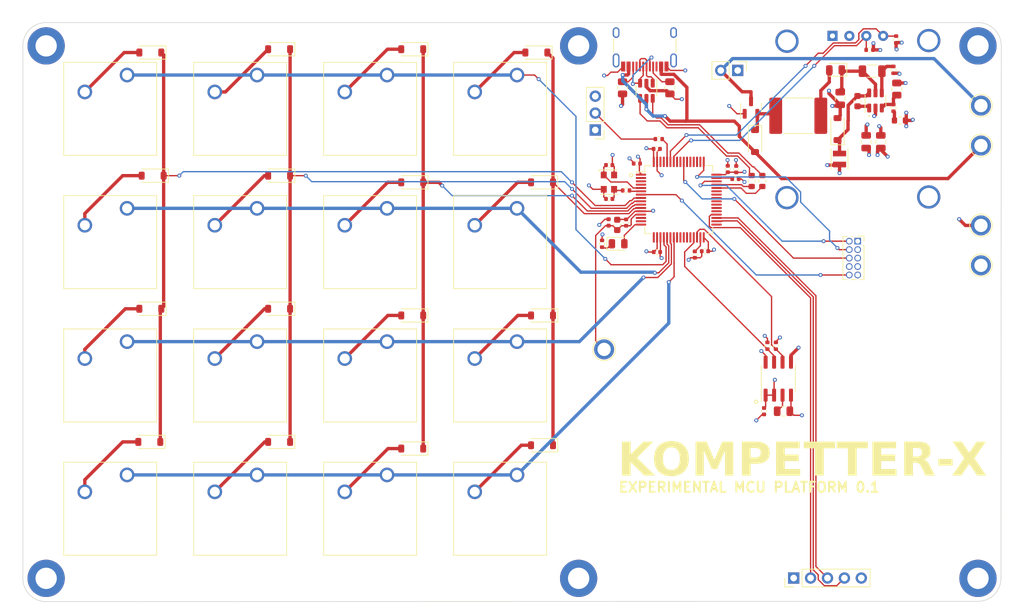
<source format=kicad_pcb>
(kicad_pcb (version 20221018) (generator pcbnew)
  (layers (0 "F.Cu" signal) (1 "In1.Cu" power) (2 "In2.Cu" power) (31 "B.Cu" signal) (34 "B.Paste" user) (35 "F.Paste" user) (36 "B.SilkS" user "B.Silkscreen") (37 "F.SilkS" user "F.Silkscreen") (38 "B.Mask" user) (39 "F.Mask" user) (44 "Edge.Cuts" user))
  (net 0 "")
  (net 1 "BUCK_SW")
  (net 2 "BUCK_BST")
  (net 3 "GND")
  (net 4 "+3V3")
  (net 5 "BUCK_IN")
  (net 6 "+3.3VA")
  (net 7 "Net-(U2-VCAP_1)")
  (net 8 "Net-(U2-VCAP_2)")
  (net 9 "HSE_IN")
  (net 10 "Net-(C16-Pad2)")
  (net 11 "Net-(U4-OUT)")
  (net 12 "Net-(D1-K)")
  (net 13 "+5V")
  (net 14 "Net-(D3-K)")
  (net 15 "LED_STATUS")
  (net 16 "KEY_COL_1")
  (net 17 "Net-(D4-A)")
  (net 18 "KEY_COL_2")
  (net 19 "Net-(D5-A)")
  (net 20 "KEY_COL_3")
  (net 21 "Net-(D6-A)")
  (net 22 "KEY_COL_4")
  (net 23 "Net-(D7-A)")
  (net 24 "Net-(D8-A)")
  (net 25 "Net-(D9-A)")
  (net 26 "Net-(D10-A)")
  (net 27 "Net-(D11-A)")
  (net 28 "Net-(D12-A)")
  (net 29 "Net-(D13-A)")
  (net 30 "Net-(D14-A)")
  (net 31 "Net-(D15-A)")
  (net 32 "Net-(D16-A)")
  (net 33 "Net-(D17-A)")
  (net 34 "Net-(D18-A)")
  (net 35 "Net-(D19-A)")
  (net 36 "+12V")
  (net 37 "I2C_1_SCL")
  (net 38 "I2C_1_SDA")
  (net 39 "SPI2_MOSI")
  (net 40 "SPI2_MISO")
  (net 41 "SPI2_SCK")
  (net 42 "SWDIO")
  (net 43 "SWCLK")
  (net 44 "SWO")
  (net 45 "NRST")
  (net 46 "Net-(J5-CC1)")
  (net 47 "USB_CONN_D-")
  (net 48 "USB_CONN_D+")
  (net 50 "Net-(J5-CC2)")
  (net 52 "BUCK_FB")
  (net 53 "BUCK_EN")
  (net 54 "Net-(R3-Pad2)")
  (net 55 "Net-(SW1-B)")
  (net 56 "BOOT0")
  (net 57 "Net-(U2-PA11)")
  (net 58 "USB_D-")
  (net 59 "Net-(U2-PA12)")
  (net 60 "USB_D+")
  (net 61 "HSE_OUT")
  (net 62 "I2C2_SCL")
  (net 63 "I2C2_SDA")
  (net 64 "KEY_ROW_1")
  (net 65 "KEY_ROW_2")
  (net 66 "KEY_ROW_3")
  (net 67 "KEY_ROW_4")
  (net 98 "Net-(F1-Pad1)")
  (footprint "Capacitor_SMD:C_0603_1608Metric" (layer "F.Cu") (at 165.8 66.9 90)
    (fp_text reference "C12")
    (fp_text value "10n")
  )
  (footprint "Diode_SMD:D_SOD-123" (layer "F.Cu") (at 154.5 60.5 180)
    (fp_text reference "D11")
    (fp_text value "D")
  )
  (footprint "Button_Switch_Keyboard:SW_Cherry_MX_1.00u_PCB" (layer "F.Cu") (at 111.686666 64.406666)
    (fp_text reference "SW7")
    (fp_text value "SW_Push")
  )
  (footprint "TestPoint:TestPoint_Plated_Hole_D2.0mm" (layer "F.Cu") (at 220.4466 54.9742)
    (fp_text reference "TP2")
    (fp_text value "TestPoint")
  )
  (footprint "Diode_SMD:D_SOD-123" (layer "F.Cu") (at 186.5 54.3 -90)
    (fp_text reference "D1")
    (fp_text value "B5819W" hide)
  )
  (footprint "Connector_PinHeader_2.54mm:PinHeader_1x03_P2.54mm_Vertical" (layer "F.Cu") (at 162.5 52.64 180)
    (fp_text reference "SW1")
    (fp_text value "SW_SPDT")
  )
  (footprint "TestPoint:TestPoint_Plated_Hole_D2.0mm" (layer "F.Cu") (at 163.83 85.598)
    (fp_text reference "TP3")
    (fp_text value "TestPoint")
  )
  (footprint "Diode_SMD:D_SOD-123" (layer "F.Cu") (at 115 59.5 180)
    (fp_text reference "D9")
    (fp_text value "D")
  )
  (footprint "Diode_SMD:D_SOD-123" (layer "F.Cu") (at 135 80.5 180)
    (fp_text reference "D14")
    (fp_text value "D")
  )
  (footprint "MountingHole:MountingHole_3.2mm_M3_DIN965_Pad" (layer "F.Cu") (at 80 120)
    (fp_text reference "H2")
    (fp_text value "MountingHole_Pad")
  )
  (footprint "Diode_SMD:D_SOD-123" (layer "F.Cu") (at 135 100.5 180)
    (fp_text reference "D18")
    (fp_text value "D")
  )
  (footprint "Button_Switch_Keyboard:SW_Cherry_MX_1.00u_PCB" (layer "F.Cu") (at 150.74 104.46)
    (fp_text reference "SW17")
    (fp_text value "SW_Push")
  )
  (footprint "Diode_SMD:D_SOD-123" (layer "F.Cu") (at 154.5 100 180)
    (fp_text reference "D19")
    (fp_text value "D")
  )
  (footprint "Diode_SMD:D_SOD-123" (layer "F.Cu") (at 96 59.5 180)
    (fp_text reference "D8")
    (fp_text value "D")
  )
  (footprint "Capacitor_SMD:C_0402_1005Metric" (layer "F.Cu") (at 164.592 57.912 180)
    (fp_text reference "C15")
    (fp_text value "12p")
  )
  (footprint "Capacitor_SMD:C_0402_1005Metric" (layer "F.Cu") (at 187.858 94.888 -90)
    (fp_text reference "C17")
    (fp_text value "100n")
  )
  (footprint "Resistor_SMD:R_0402_1005Metric" (layer "F.Cu") (at 203.71 40.6)
    (fp_text reference "R13")
    (fp_text value "2k2")
  )
  (footprint "Package_TO_SOT_SMD:SOT-23" (layer "F.Cu") (at 185.9 49.2625 90)
    (fp_text reference "Q1")
    (fp_text value "AO3401A" hide)
  )
  (footprint "Resistor_SMD:R_0402_1005Metric" (layer "F.Cu") (at 189.636 85.055 90)
    (fp_text reference "R16")
    (fp_text value "2k2")
  )
  (footprint "Capacitor_SMD:C_0805_2012Metric" (layer "F.Cu") (at 199.3 47.9 -90)
    (fp_text reference "C4")
    (fp_text value "10u")
  )
  (footprint "TestPoint:TestPoint_Plated_Hole_D2.0mm" (layer "F.Cu") (at 220.4466 72.9742)
    (fp_text reference "TP5")
    (fp_text value "TestPoint")
  )
  (footprint "MountingHole:MountingHole_3.2mm_M3_DIN965_Pad" (layer "F.Cu") (at 220 40)
    (fp_text reference "H5")
    (fp_text value "MountingHole_Pad")
  )
  (footprint "Fuse:Fuse_2920_7451Metric" (layer "F.Cu") (at 193 50.5 180)
    (fp_text reference "F1")
    (fp_text value "250mA")
  )
  (footprint "Package_TO_SOT_SMD:SOT-23-6" (layer "F.Cu") (at 204.6 48.2 90)
    (fp_text reference "U1")
    (fp_text value "MP2359DJ-LF-Z" hide)
  )
  (footprint "Capacitor_SMD:C_0402_1005Metric" (layer "F.Cu") (at 183.562 60 180)
    (fp_text reference "C14")
    (fp_text value "2u2")
  )
  (footprint "Capacitor_SMD:C_0805_2012Metric" (layer "F.Cu") (at 203.2 54.4 -90)
    (fp_text reference "C2")
    (fp_text value "10u")
  )
  (footprint "Connector_PinSocket_1.27mm:PinSocket_2x05_P1.27mm_Vertical" (layer "F.Cu") (at 201.93 69.342)
    (fp_text reference "J3")
    (fp_text value "Programming")
  )
  (footprint "Capacitor_SMD:C_0805_2012Metric" (layer "F.Cu") (at 205.4 54.4 -90)
    (fp_text reference "C3")
    (fp_text value "10u")
  )
  (footprint "Button_Switch_Keyboard:SW_Cherry_MX_1.00u_PCB" (layer "F.Cu") (at 92.16 84.433332)
    (fp_text reference "SW10")
    (fp_text value "SW_Push")
  )
  (footprint "Resistor_SMD:R_0603_1608Metric" (layer "F.Cu") (at 208.275 51.2)
    (fp_text reference "R5")
    (fp_text value "270")
  )
  (footprint "Diode_SMD:D_SOD-123" (layer "F.Cu") (at 198.9 52.5 90)
    (fp_text reference "D2")
    (fp_text value "B5819W")
  )
  (footprint "Button_Switch_Keyboard:SW_Cherry_MX_1.00u_PCB" (layer "F.Cu") (at 92.16 104.46)
    (fp_text reference "SW14")
    (fp_text value "SW_Push")
  )
  (footprint "Package_SO:SOIC-8_3.9x4.9mm_P1.27mm" (layer "F.Cu") (at 190 90 90)
    (fp_text reference "U4")
    (fp_text value "AS5600")
  )
  (footprint "Capacitor_SMD:C_0402_1005Metric" (layer "F.Cu") (at 171.74 55.48)
    (fp_text reference "C9")
    (fp_text value "100n")
  )
  (footprint "Diode_SMD:D_SOD-123" (layer "F.Cu") (at 115 40.5 180)
    (fp_text reference "D5")
    (fp_text value "D")
  )
  (footprint "Resistor_SMD:R_0603_1608Metric" (layer "F.Cu") (at 186 60.3 90)
    (fp_text reference "R9")
    (fp_text value "20")
  )
  (footprint "Diode_SMD:D_SOD-123" (layer "F.Cu") (at 153.65 41 180)
    (fp_text reference "D7")
    (fp_text value "D")
  )
  (footprint "Diode_SMD:D_SOD-123" (layer "F.Cu") (at 95.65 41 180)
    (fp_text reference "D4")
    (fp_text value "D")
  )
  (footprint "Button_Switch_Keyboard:SW_Cherry_MX_1.00u_PCB" (layer "F.Cu") (at 150.74 44.38)
    (fp_text reference "SW5")
    (fp_text value "SW_Push")
  )
  (footprint "Button_Switch_Keyboard:SW_Cherry_MX_1.00u_PCB" (layer "F.Cu") (at 111.686666 44.38)
    (fp_text reference "SW3")
    (fp_text value "SW_Push")
  )
  (footprint "Button_Switch_Keyboard:SW_Cherry_MX_1.00u_PCB" (layer "F.Cu") (at 131.213332 64.406666)
    (fp_text reference "SW8")
    (fp_text value "SW_Push")
  )
  (footprint "MountingHole:MountingHole_3.2mm_M3_DIN965_Pad" (layer "F.Cu") (at 220 120)
    (fp_text reference "H6")
    (fp_text value "MountingHole_Pad")
  )
  (footprint "Button_Switch_Keyboard:SW_Cherry_MX_1.00u_PCB" (layer "F.Cu") (at 92.16 44.38)
    (fp_text reference "SW2")
    (fp_text value "SW_Push")
  )
  (footprint "TestPoint:TestPoint_Plated_Hole_D2.0mm" (layer "F.Cu") (at 220.4466 66.9742)
    (fp_text reference "TP4")
    (fp_text value "TestPoint")
  )
  (footprint "Button_Switch_Keyboard:SW_Cherry_MX_1.00u_PCB" (layer "F.Cu") (at 131.213332 44.38)
    (fp_text reference "SW4")
    (fp_text value "SW_Push")
  )
  (footprint "Capacitor_SMD:C_0402_1005Metric" (layer "F.Cu") (at 167.132 66.548 90)
    (fp_text reference "C11")
    (fp_text value "1u")
  )
  (footprint "Diode_SMD:D_SOD-123" (layer "F.Cu") (at 115 79.5 180)
    (fp_text reference "D13")
    (fp_text value "D")
  )
  (footprint "Diode_SMD:D_SOD-123" (layer "F.Cu") (at 135 40.5 180)
    (fp_text reference "D6")
    (fp_text value "D")
  )
  (footprint "Capacitor_SMD:C_0402_1005Metric" (layer "F.Cu") (at 171.768 70.974 180)
    (fp_text reference "C6")
    (fp_text value "100n")
  )
  (footprint "Connector_USB:USB_C_Receptacle_HRO_TYPE-C-31-M-12" (layer "F.Cu") (at 169.95 39.055 180)
    (fp_text reference "J5")
    (fp_text value "USB_C_Receptacle_USB2.0")
  )
  (footprint "Button_Switch_Keyboard:SW_Cherry_MX_1.00u_PCB" (layer "F.Cu") (at 111.686666 84.433332)
    (fp_text reference "SW11")
    (fp_text value "SW_Push")
  )
  (footprint "Capacitor_SMD:C_0402_1005Metric" (layer "F.Cu") (at 183.678 58.528 90)
    (fp_text reference "C5")
    (fp_text value "4u7")
  )
  (footprint "Capacitor_SMD:C_0402_1005Metric" (layer "F.Cu") (at 177.455 71.355 90)
    (fp_text reference "C13")
    (fp_text value "2u2")
  )
  (footprint "Diode_SMD:D_SOD-123" (layer "F.Cu") (at 115 99.5 180)
    (fp_text reference "D17")
    (fp_text value "D")
  )
  (footprint "Diode_SMD:D_SOD-123" (layer "F.Cu") (at 95.5 99.5 180)
    (fp_text reference "D16")
    (fp_text value "D")
  )
  (footprint "TestPoint:TestPoint_Plated_Hole_D2.0mm" (layer "F.Cu") (at 220.4466 48.9742)
    (fp_text reference "TP1")
    (fp_text value "TestPoint")
  )
  (footprint "Capacitor_SMD:C_0402_1005Metric" (layer "F.Cu") (at 182.408 58.5 90)
    (fp_text reference "C8")
    (fp_text value "100n")
  )
  (footprint "Diode_SMD:D_SOD-123" (layer "F.Cu") (at 135 60.5 180)
    (fp_text reference "D10")
    (fp_text value "D")
  )
  (footprint "Button_Switch_Keyboard:SW_Cherry_MX_1.00u_PCB" (layer "F.Cu") (at 150.74 64.406666)
    (fp_text reference "SW9")
    (fp_text value "SW_Push")
  )
  (footprint "Capacitor_SMD:C_0402_1005Metric" (layer "F.Cu") (at 168.749 57.684 180)
    (fp_text reference "C10")
    (fp_text value "100n")
  )
  (footprint "Diode_SMD:D_0805_2012Metric" (layer "F.Cu") (at 198.6 43.6 180)
    (fp_text reference "FB1")
    (fp_text value "600 @ 600MHz" hide)
  )
  (footprint "Capacitor_SMD:C_0603_1608Metric" (layer "F.Cu") (at 201.9 48.3 -90)
    (fp_text reference "C1")
    (fp_text value "10n")
  )
  (footprint "Connector_PinHeader_2.54mm:PinHeader_1x05_P2.54mm_Vertical" (layer "F.Cu") (at 192.31 119.952 90)
    (fp_text reference "J2")
    (fp_text value "SPI2_01x05")
  )
  (footprint "Capacitor_SMD:C_0805_2012Metric" (layer "F.Cu") (at 190.779 94.888)
    (fp_text reference "C18")
    (fp_text value "10u")
  )
  (footprint "Resistor_SMD:R_1206_3216Metric" (layer "F.Cu") (at 204.1 43.8)
    (fp_text reference "R2")
    (fp_text value "100k")
  )
  (footprint "Resistor_SMD:R_0402_1005Metric" (layer "F.Cu") (at 207.7 39.041 -90)
    (fp_text reference "R14")
    (fp_text value "2k2")
  )
  (footprint "Resistor_SMD:R_0603_1608Metric" (layer "F.Cu") (at 187.6 60.3 90)
    (fp_text reference "R8")
    (fp_text value "20")
  )
  (footprint "Button_Switch_Keyboard:SW_Cherry_MX_1.00u_PCB" (layer "F.Cu") (at 92.16 64.406666)
    (fp_text reference "SW6")
    (fp_text value "SW_Push")
  )
  (footprint "Capacitor_SMD:C_0402_1005Metric" (layer "F.Cu") (at 178.979 70.847 180)
    (fp_text reference "C7")
    (fp_text value "100n")
  )
  (footprint "Diode_SMD:D_SOD-123" (layer "F.Cu") (at 95.65 79.5 180)
    (fp_text reference "D12")
    (fp_text value "D")
  )
  (footprint "Bussinesscard:GM009606v42" (layer "F.Cu") (at 201.6 37.5)
    (fp_text reference "J1")
    (fp_text value "OLED_01x04")
  )
  (footprint "Button_Switch_Keyboard:SW_Cherry_MX_1.00u_PCB" (layer "F.Cu") (at 111.686666 104.46)
    (fp_text reference "SW15")
    (fp_text value "SW_Push")
  )
  (footprint "Button_Switch_Keyboard:SW_Cherry_MX_1.00u_PCB" (layer "F.Cu") (at 150.74 84.433332)
    (fp_text reference "SW13")
    (fp_text value "SW_Push")
  )
  (footprint "Package_TO_SOT_SMD:SOT-23-6" (layer "F.Cu") (at 170.1825 46.744 -90)
    (fp_text reference "U3")
    (fp_text value "USBLC6-2SC6")
  )
  (footprint "Package_QFP:LQFP-64_10x10mm_P0.5mm" (layer "F.Cu") (at 175.042 63.1)
    (fp_text reference "U2")
    (fp_text value "STM32F405RGT6")
  )
  (footprint "LED_SMD:LED_0805_2012Metric" (layer "F.Cu") (at 165.93317 69.732)
    (fp_text reference "D3")
    (fp_text value "LED_Small")
  )
  (footprint "Resistor_SMD:R_0402_1005Metric" (layer "F.Cu") (at 188.366 85.055 90)
    (fp_text reference "R15")
    (fp_text value "2k2")
  )
  (footprint "Resistor_SMD:R_0805_2012Metric" (layer "F.Cu") (at 166.5965 46.299 90)
    (fp_text reference "R12")
    (fp_text value "5k1")
  )
  (footprint "Inductor_SMD:L_0402_1005Metric" (layer "F.Cu") (at 164.5 66.525 -90)
    (fp_text reference "L2")
    (fp_text value "39n")
  )
  (footprint "Resistor_SMD:R_0402_1005Metric" (layer "F.Cu") (at 207.3 43.6 -90)
    (fp_text reference "R4")
    (fp_text value "68k")
  )
  (footprint "Resistor_SMD:R_0805_2012Metric" (layer "F.Cu") (at 173.7085 46.299 90)
    (fp_text reference "R11")
    (fp_text value "5k1")
  )
  (footprint "Button_Switch_Keyboard:SW_Cherry_MX_1.00u_PCB" (layer "F.Cu") (at 131.213332 104.46)
    (fp_text reference "SW16")
    (fp_text value "SW_Push")
  )
  (footprint "Resistor_SMD:R_0805_2012Metric" (layer "F.Cu") (at 207.8 46.4875 -90)
    (fp_text reference "R1")
    (fp_text value "47k" hide)
  )
  (footprint "MountingHole:MountingHole_3.2mm_M3_DIN965_Pad" (layer "F.Cu") (at 160 40)
    (fp_text reference "H4")
    (fp_text value "MountingHole_Pad")
  )
  (footprint "Button_Switch_Keyboard:SW_Cherry_MX_1.00u_PCB" (layer "F.Cu") (at 131.213332 84.433332)
    (fp_text reference "SW12")
    (fp_text value "SW_Push")
  )
  (footprint "Resistor_SMD:R_0402_1005Metric" (layer "F.Cu") (at 167.132 61.722)
    (fp_text reference "R10")
    (fp_text value "47")
  )
  (footprint "Resistor_SMD:R_0402_1005Metric" (layer "F.Cu") (at 207.3 49.31 -90)
    (fp_text reference "R3")
    (fp_text value "15k")
  )
  (footprint "Resistor_SMD:R_0402_1005Metric" (layer "F.Cu") (at 163.52017 69.732 -90)
    (fp_text reference "R6")
    (fp_text value "1k5")
  )
  (footprint "Resistor_SMD:R_0402_1005Metric" (layer "F.Cu") (at 172.042 54)
    (fp_text reference "R7")
    (fp_text value "10k")
  )
  (footprint "MountingHole:MountingHole_3.2mm_M3_DIN965_Pad" (layer "F.Cu") (at 80 40)
    (fp_text reference "H3")
    (fp_text value "MountingHole_Pad")
  )
  (footprint "Connector_PinHeader_2.54mm:PinHeader_1x02_P2.54mm_Vertical" (layer "F.Cu") (at 183.896 43.688 -90)
    (fp_text reference "J4")
    (fp_text value "+12V PWR")
  )
  (footprint "Capacitor_SMD:C_0402_1005Metric" (layer "F.Cu") (at 164.592 62.992)
    (fp_text reference "C16")
    (fp_text value "12p")
  )
  (footprint "MountingHole:MountingHole_3.2mm_M3_DIN965_Pad" (layer "F.Cu") (at 160 120)
    (fp_text reference "H1")
    (fp_text value "MountingHole_Pad")
  )
  (footprint "Oscillator:Oscillator_SMD_EuroQuartz_XO32-4Pin_3.2x2.5mm" (layer "F.Cu") (at 164.553 60.471)
    (fp_text reference "Y1")
    (fp_text value "16MHz")
  )
  (footprint "Inductor_SMD:L_Sunlord_SWPA252010S" (layer "F.Cu") (at 199.2 57 -90)
    (fp_text reference "L1")
    (fp_text value "10u")
  )
  (footprint "Diode_SMD:D_SOD-123" (layer "F.Cu") (at 154.5 80.5 180)
    (fp_text reference "D15")
    (fp_text value "D")
  )
  (gr_circle (center 167.894 59.436) (end 168.148 59.436) (stroke (width 0.15)) (fill none) (layer "F.SilkS"))
  (gr_circle (center 186.69 93.472) (end 186.944 93.472) (stroke (width 0.15)) (fill none) (layer "F.SilkS"))
  (gr_circle (center 203.638 50.546) (end 203.638 50.546) (stroke (width 0.15)) (fill none) (layer "F.SilkS"))
  (gr_arc (start 80 123.5) (mid 77.525126 122.474874) (end 76.5 120) (stroke (width 0.1)) (layer "Edge.Cuts"))
  (gr_line (start 223.499608 39.887109) (end 223.449654 119.888721) (stroke (width 0.1)) (layer "Edge.Cuts"))
  (gr_arc (start 223.449654 119.888721) (mid 222.514098 122.364701) (end 220.1 123.449999) (stroke (width 0.1)) (layer "Edge.Cuts"))
  (gr_line (start 220.1 123.45) (end 80 123.5) (stroke (width 0.1)) (layer "Edge.Cuts"))
  (gr_line (start 80 36.5) (end 220.1 36.5) (stroke (width 0.1)) (layer "Edge.Cuts"))
  (gr_arc (start 76.5 40) (mid 77.525126 37.525126) (end 80 36.5) (stroke (width 0.1)) (layer "Edge.Cuts"))
  (gr_line (start 76.5 120) (end 76.5 40) (stroke (width 0.1)) (layer "Edge.Cuts"))
  (gr_arc (start 220.1 36.5) (mid 222.47132 37.519561) (end 223.499608 39.887109) (stroke (width 0.1)) (layer "Edge.Cuts"))
  (gr_text "EXPERIMENTAL MCU PLATFORM 0.1" (at 165.862 107.188) (layer "F.SilkS") (effects (font (size 1.5 1.5) (thickness 0.3) bold) (justify left bottom)))
  (gr_text "KOMPETTER-X" (at 165.862 105.41) (layer "F.SilkS") (effects (font (size 5 5) (thickness 0.3) bold) (justify left bottom)))
  (segment (start 203.1875 47.525) (end 203.65 47.0625) (width 0.5) (layer "F.Cu") (net 1))
  (segment (start 201.9 47.525) (end 203.1875 47.525) (width 0.5) (layer "F.Cu") (net 1))
  (segment (start 199.2 54.45) (end 198.9 54.15) (width 0.5) (layer "F.Cu") (net 1))
  (segment (start 198.9 54.15) (end 200.475 52.575) (width 0.5) (layer "F.Cu") (net 1))
  (segment (start 200.5 48.925) (end 201.9 47.525) (width 0.5) (layer "F.Cu") (net 1))
  (segment (start 200.475 52.575) (end 200.475 51.225) (width 0.5) (layer "F.Cu") (net 1))
  (segment (start 200.5 51.2) (end 200.5 48.925) (width 0.5) (layer "F.Cu") (net 1))
  (segment (start 200.475 51.225) (end 200.5 51.2) (width 0.5) (layer "F.Cu") (net 1))
  (segment (start 199.2 56.175) (end 199.2 54.45) (width 0.5) (layer "F.Cu") (net 1))
  (segment (start 203.3875 49.075) (end 203.65 49.3375) (width 0.5) (layer "F.Cu") (net 2))
  (segment (start 201.9 49.075) (end 203.3875 49.075) (width 0.5) (layer "F.Cu") (net 2))
  (segment (start 188.095 87.525) (end 188.095 86.495) (width 0.2) (layer "F.Cu") (net 3))
  (segment (start 170.750972 46.736) (end 173.233 46.736) (width 0.5) (layer "F.Cu") (net 3))
  (segment (start 170.1825 46.167528) (end 170.750972 46.736) (width 0.5) (layer "F.Cu") (net 3))
  (segment (start 166.7 43.1) (end 165.858 43.942) (width 0.2) (layer "F.Cu") (net 3))
  (segment (start 164.846 43.942) (end 164.338 44.45) (width 0.2) (layer "F.Cu") (net 3))
  (segment (start 165.354 58.674) (end 165.328 58.7) (width 0.2) (layer "F.Cu") (net 3))
  (segment (start 174.503 48.006) (end 175.514 48.006) (width 0.2) (layer "F.Cu") (net 3))
  (segment (start 168.269 57.525) (end 167.64 56.896) (width 0.2) (layer "F.Cu") (net 3))
  (segment (start 171.116 64.85) (end 171.196 64.77) (width 0.2) (layer "F.Cu") (net 3))
  (segment (start 170.288 70.974) (end 170.18 70.866) (width 0.2) (layer "F.Cu") (net 3))
  (segment (start 165.072 57.912) (end 165.1 57.912) (width 0.2) (layer "F.Cu") (net 3))
  (segment (start 197.612 47.162) (end 197.612 46.736) (width 0.5) (layer "F.Cu") (net 3))
  (segment (start 165.072 57.912) (end 165.072 56.416) (width 0.2) (layer "F.Cu") (net 3))
  (segment (start 199.3 48.85) (end 197.612 47.162) (width 0.5) (layer "F.Cu") (net 3))
  (segment (start 165.072 56.416) (end 165.1 56.388) (width 0.2) (layer "F.Cu") (net 3))
  (segment (start 203.2 53.45) (end 203.2 52) (width 0.5) (layer "F.Cu") (net 3))
  (segment (start 176.831 71.835) (end 176.53 72.136) (width 0.2) (layer "F.Cu") (net 3))
  (segment (start 209.226 50.038) (end 209.226 51.074) (width 0.5) (layer "F.Cu") (net 3))
  (segment (start 167.244939 66.068) (end 168.462939 64.85) (width 0.2) (layer "F.Cu") (net 3))
  (segment (start 173.788 43.688) (end 176.022 43.688) (width 0.2) (layer "F.Cu") (net 3))
  (segment (start 182.408 58.02) (end 182.408 57.186) (width 0.2) (layer "F.Cu") (net 3))
  (segment (start 210.1 51.2) (end 209.15 51.2) (width 0.5) (layer "F.Cu") (net 3))
  (segment (start 163.52017 69.222) (end 163.52017 68.38183) (width 0.2) (layer "F.Cu") (net 3))
  (segment (start 203.2 52) (end 203.384 51.816) (width 0.5) (layer "F.Cu") (net 3))
  (segment (start 166.5965 48.7955) (end 166.37 49.022) (width 0.5) (layer "F.Cu") (net 3))
  (segment (start 163.778 61.546) (end 162.13 61.546) (width 0.2) (layer "F.Cu") (net 3))
  (segment (start 184.95 50.2) (end 183.804 50.2) (width 0.2) (layer "F.Cu") (net 3))
  (segment (start 208.124 44.11) (end 208.21 44.196) (width 0.5) (layer "F.Cu") (net 3))
  (segment (start 164.084 62.992) (end 163.778 62.686) (width 0.2) (layer "F.Cu") (net 3))
  (segment (start 168.269 57.684) (end 168.269 57.525) (width 0.2) (layer "F.Cu") (net 3))
  (segment (start 166.5965 47.2115) (end 166.5965 48.7955) (width 0.5) (layer "F.Cu") (net 3))
  (segment (start 204.6 49.3375) (end 204.6 50.346) (width 0.5) (layer "F.Cu") (net 3))
  (segment (start 183.678 58.048) (end 183.678 57.186) (width 0.2) (layer "F.Cu") (net 3))
  (segment (start 209.226 52.07) (end 209.226 51.326) (width 0.5) (layer "F.Cu") (net 3))
  (segment (start 184.042 60) (end 184.46 60) (width 0.2) (layer "F.Cu") (net 3))
  (segment (start 177.455 71.835) (end 176.831 71.835) (width 0.2) (layer "F.Cu") (net 3))
  (segment (start 169.367 64.85) (end 171.116 64.85) (width 0.2) (layer "F.Cu") (net 3))
  (segment (start 199.3 50.45) (end 198.9 50.85) (width 0.5) (layer "F.Cu") (net 3))
  (segment (start 171.792 68.775) (end 171.792 70.47) (width 0.2) (layer "F.Cu") (net 3))
  (segment (start 165.857 66.068) (end 165.8 66.125) (width 0.2) (layer "F.Cu") (net 3))
  (segment (start 205.4 52.308) (end 205.162 52.07) (width 0.5) (layer "F.Cu") (net 3))
  (segment (start 171.792 58.762) (end 172.466 59.436) (width 0.2) (layer "F.Cu") (net 3))
  (segment (start 183.804 50.2) (end 182.626 49.022) (width 0.2) (layer "F.Cu") (net 3))
  (segment (start 171.792 55.908) (end 172.22 55.48) (width 0.2) (layer "F.Cu") (net 3))
  (segment (start 163.778 62.686) (end 163.778 61.546) (width 0.2) (layer "F.Cu") (net 3))
  (segment (start 173.7085 47.2115) (end 174.503 48.006) (width 0.2) (layer "F.Cu") (net 3))
  (segment (start 173.2 43.1) (end 173.788 43.688) (width 0.2) (layer "F.Cu") (net 3))
  (segment (start 182.408 57.186) (end 182.372 57.15) (width 0.2) (layer "F.Cu") (net 3))
  (segment (start 204.6 50.346) (end 204.4 50.546) (width 0.5) (layer "F.Cu") (net 3))
  (segment (start 167.132 66.068) (end 165.857 66.068) (width 0.2) (layer "F.Cu") (net 3))
  (segment (start 188.095 86.495) (end 187.452 85.852) (width 0.2) (layer "F.Cu") (net 3))
  (segment (start 192.345 95.504) (end 193.548 95.504) (width 0.2) (layer "F.Cu") (net 3))
  (segment (start 170.1825 45.6065) (end 170.1825 46.167528) (width 0.5) (layer "F.Cu") (net 3))
  (segment (start 191.905 92.475) (end 191.905 94.712) (width 0.2) (layer "F.Cu") (net 3))
  (segment (start 199.3 48.85) (end 199.3 50.45) (width 0.5) (layer "F.Cu") (net 3))
  (segment (start 210.2 51.1) (end 210.1 51.2) (width 0.5) (layer "F.Cu") (net 3))
  (segment (start 199.128 49.022) (end 199.3 48.85) (width 0.5) (layer "F.Cu") (net 3))
  (segment (start 191.905 86.479) (end 193.04 85.344) (width 0.5) (layer "F.Cu") (net 3))
  (segment (start 165.858 43.942) (end 164.846 43.942) (width 0.2) (layer "F.Cu") (net 3))
  (segment (start 178.499 70.847) (end 178.499 71.609) (width 0.2) (layer "F.Cu") (net 3))
  (segment (start 165.328 58.7) (end 165.328 59.396) (width 0.2) (layer "F.Cu") (net 3))
  (segment (start 163.52017 68.38183) (end 163.576 68.326) (width 0.2) (layer "F.Cu") (net 3))
  (segment (start 205.4 53.45) (end 205.4 52.308) (width 0.5) (layer "F.Cu") (net 3))
  (segment (start 207.3 44.11) (end 208.124 44.11) (width 0.5) (layer "F.Cu") (net 3))
  (segment (start 164.338 44.45) (end 163.83 44.45) (width 0.2) (layer "F.Cu") (net 3))
  (segment (start 162.13 61.546) (end 161.544 60.96) (width 0.2) (layer "F.Cu") (net 3))
  (segment (start 191.905 87.525) (end 191.905 86.479) (width 0.5) (layer "F.Cu") (net 3))
  (segment (start 191.905 94.712) (end 191.729 94.888) (width 0.2) (layer "F.Cu") (net 3))
  (segment (start 165.1 57.912) (end 165.354 58.166) (width 0.2) (layer "F.Cu") (net 3))
  (segment (start 168.462939 64.85) (end 169.367 64.85) (width 0.2) (layer "F.Cu") (net 3))
  (segment (start 191.729 94.888) (end 192.345 95.504) (width 0.2) (layer "F.Cu") (net 3))
  (segment (start 178.499 71.609) (end 178.273 71.835) (width 0.2) (layer "F.Cu") (net 3))
  (segment (start 209.226 51.074) (end 209.1 51.2) (width 0.5) (layer "F.Cu") (net 3))
  (segment (start 171.288 70.974) (end 170.288 70.974) (width 0.2) (layer "F.Cu") (net 3))
  (segment (start 171.792 70.47) (end 171.288 70.974) (width 0.2) (layer "F.Cu") (net 3))
  (segment (start 198.12 49.022) (end 199.128 49.022) (width 0.5) (layer "F.Cu") (net 3))
  (segment (start 209.226 51.326) (end 209.1 51.2) (width 0.5) (layer "F.Cu") (net 3))
  (segment (start 165.354 58.166) (end 165.354 58.674) (width 0.2) (layer "F.Cu") (net 3))
  (segment (start 171.792 57.425) (end 171.792 58.762) (width 0.2) (layer "F.Cu") (net 3))
  (segment (start 187.858 95.368) (end 187.588 95.368) (width 0.2) (layer "F.Cu") (net 3))
  (segment (start 178.273 71.835) (end 177.455 71.835) (width 0.2) (layer "F.Cu") (net 3))
  (segment (start 183.678 57.186) (end 183.642 57.15) (width 0.2) (layer "F.Cu") (net 3))
  (segment (start 187.588 95.368) (end 186.69 96.266) (width 0.2) (layer "F.Cu") (net 3))
  (segment (start 164.112 62.992) (end 164.084 62.992) (width 0.2) (layer "F.Cu") (net 3))
  (segment (start 184.46 60) (end 184.912 60.452) (width 0.2) (layer "F.Cu") (net 3))
  (segment (start 171.792 57.425) (end 171.792 55.908) (width 0.2) (layer "F.Cu") (net 3))
  (segment (start 173.233 46.736) (end 173.7085 47.2115) (width 0.5) (layer "F.Cu") (net 3))
  (via (at 170.18 70.866) (size 0.6) (drill 0.3) (layers "F.Cu" "B.Cu") (net 3))
  (via (at 163.83 44.45) (size 0.6) (drill 0.3) (layers "F.Cu" "B.Cu") (net 3))
  (via (at 182.626 49.022) (size 0.6) (drill 0.3) (layers "F.Cu" "B.Cu") (net 3))
  (via (at 176.53 72.136) (size 0.6) (drill 0.3) (layers "F.Cu" "B.Cu") (net 3))
  (via (at 163.576 68.326) (size 0.6) (drill 0.3) (layers "F.Cu" "B.Cu") (net 3))
  (via (at 186.69 96.266) (size 0.6) (drill 0.3) (layers "F.Cu" "B.Cu") (net 3))
  (via (at 204.4 50.546) (size 0.6) (drill 0.3) (layers "F.Cu" "B.Cu") (net 3))
  (via (at 166.37 49.022) (size 0.6) (drill 0.3) (layers "F.Cu" "B.Cu") (net 3))
  (via (at 172.466 59.436) (size 0.6) (drill 0.3) (layers "F.Cu" "B.Cu") (net 3))
  (via (at 209.226 50.038) (size 0.6) (drill 0.3) (layers "F.Cu" "B.Cu") (net 3))
  (via (at 176.022 43.688) (size 0.6) (drill 0.3) (layers "F.Cu" "B.Cu") (net 3))
  (via (at 175.514 48.006) (size 0.6) (drill 0.3) (layers "F.Cu" "B.Cu") (net 3))
  (via (at 171.196 64.77) (size 0.6) (drill 0.3) (layers "F.Cu" "B.Cu") (net 3))
  (via (at 165.1 56.388) (size 0.6) (drill 0.3) (layers "F.Cu" "B.Cu") (net 3))
  (via (at 198.12 49.022) (size 0.6) (drill 0.3) (layers "F.Cu" "B.Cu") (net 3))
  (via (at 197.612 46.736) (size 0.6) (drill 0.3) (layers "F.Cu" "B.Cu") (net 3))
  (via (at 167.64 56.896) (size 0.6) (drill 0.3) (layers "F.Cu" "B.Cu") (net 3))
  (via (at 187.452 85.852) (size 0.6) (drill 0.3) (layers "F.Cu" "B.Cu") (net 3))
  (via (at 205.162 52.07) (size 0.6) (drill 0.3) (layers "F.Cu" "B.Cu") (net 3))
  (via (at 193.548 95.504) (size 0.6) (drill 0.3) (layers "F.Cu" "B.Cu") (net 3))
  (via (at 203.384 51.816) (size 0.6) (drill 0.3) (layers "F.Cu" "B.Cu") (net 3))
  (via (at 210.2 51.1) (size 0.6) (drill 0.3) (layers "F.Cu" "B.Cu") (net 3))
  (via (at 183.642 57.15) (size 0.6) (drill 0.3) (layers "F.Cu" "B.Cu") (net 3))
  (via (at 193.04 85.344) (size 0.6) (drill 0.3) (layers "F.Cu" "B.Cu") (net 3))
  (via (at 184.912 60.452) (size 0.6) (drill 0.3) (layers "F.Cu" "B.Cu") (net 3))
  (via (at 182.372 57.15) (size 0.6) (drill 0.3) (layers "F.Cu" "B.Cu") (net 3))
  (via (at 208.21 44.196) (size 0.6) (drill 0.3) (layers "F.Cu" "B.Cu") (net 3))
  (via (at 209.226 52.07) (size 0.6) (drill 0.3) (layers "F.Cu" "B.Cu") (net 3))
  (via (at 161.544 60.96) (size 0.6) (drill 0.3) (layers "F.Cu" "B.Cu") (net 3))
  (segment (start 189.636 84.43) (end 190.246 83.82) (width 0.2) (layer "F.Cu") (net 4))
  (segment (start 204.294 40.526) (end 204.22 40.6) (width 0.5) (layer "F.Cu") (net 4))
  (segment (start 188.095 94.171) (end 187.858 94.408) (width 0.2) (layer "F.Cu") (net 4))
  (segment (start 197.358 57.912) (end 199.113 57.912) (width 0.5) (layer "F.Cu") (net 4))
  (segment (start 207.7 39.551) (end 207.7 40.449) (width 0.5) (layer "F.Cu") (net 4))
  (segment (start 171.26 57.393) (end 171.292 57.425) (width 0.2) (layer "F.Cu") (net 4))
  (segment (start 203.2 55.35) (end 203.2 55.6) (width 0.5) (layer "F.Cu") (net 4))
  (segment (start 164.5 66.04) (end 163.96 66.04) (width 0.2) (layer "F.Cu") (net 4))
  (segment (start 172.248 71.664) (end 172.466 71.882) (width 0.2) (layer "F.Cu") (net 4))
  (segment (start 203.638 55.788) (end 203.2 55.35) (width 0.5) (layer "F.Cu") (net 4))
  (segment (start 204.908 55.842) (end 205.4 55.35) (width 0.5) (layer "F.Cu") (net 4))
  (segment (start 169.129 58.965) (end 169.129 57.784) (width 0.2) (layer "F.Cu") (net 4))
  (segment (start 170.288 55.48) (end 170.18 55.372) (width 0.2) (layer "F.Cu") (net 4))
  (segment (start 179.459 70.847) (end 180.105 70.847) (width 0.2) (layer "F.Cu") (net 4))
  (segment (start 180.717 59.35) (end 182.038 59.35) (width 0.2) (layer "F.Cu") (net 4))
  (segment (start 184.832 59.008) (end 184.912 58.928) (width 0.2) (layer "F.Cu") (net 4))
  (segment (start 169.367 59.203) (end 169.129 58.965) (width 0.2) (layer "F.Cu") (net 4))
  (segment (start 179.487 70.593) (end 179.487 69.47) (width 0.2) (layer "F.Cu") (net 4))
  (segment (start 188.366 84.545) (end 188.366 83.972) (width 0.2) (layer "F.Cu") (net 4))
  (segment (start 171.26 55.48) (end 171.26 57.393) (width 0.2) (layer "F.Cu") (net 4))
  (segment (start 183.65 58.98) (end 183.678 59.008) (width 0.2) (layer "F.Cu") (net 4))
  (segment (start 205.288 40.6) (end 205.31 40.622) (width 0.5) (layer "F.Cu") (net 4))
  (segment (start 220.4466 66.9742) (end 218.1042 66.9742) (width 0.5) (layer "F.Cu") (net 4))
  (segment (start 188.095 92.475) (end 189.365 92.475) (width 0.2) (layer "F.Cu") (net 4))
  (segment (start 169.229 57.684) (end 169.229 56.961) (width 0.2) (layer "F.Cu") (net 4))
  (segment (start 188.095 92.475) (end 188.095 94.171) (width 0.2) (layer "F.Cu") (net 4))
  (segment (start 182.038 59.35) (end 182.408 58.98) (width 0.2) (layer "F.Cu") (net 4))
  (segment (start 208.536 39.507) (end 207.744 39.507) (width 0.5) (layer "F.Cu") (net 4))
  (segment (start 172.248 70.974) (end 172.248 71.664) (width 0.2) (layer "F.Cu") (net 4))
  (segment (start 172.248 70.974) (end 172.292 70.93) (width 0.2) (layer "F.Cu") (net 4))
  (segment (start 189.636 84.545) (end 189.636 84.43) (width 0.2) (layer "F.Cu") (net 4))
  (segment (start 204.294 39.606) (end 204.294 40.526) (width 0.5) (layer "F.Cu") (net 4))
  (segment (start 205.4 55.61) (end 206.432 56.642) (width 0.5) (layer "F.Cu") (net 4))
  (segment (start 183.678 59.008) (end 184.832 59.008) (width 0.2) (layer "F.Cu") (net 4))
  (segment (start 209.117 45.575) (end 207.8 45.575) (width 0.5) (layer "F.Cu") (net 4))
  (segment (start 169.129 57.784) (end 169.229 57.684) (width 0.2) (layer "F.Cu") (net 4))
  (segment (start 171.26 55.48) (end 170.288 55.48) (width 0.2) (layer "F.Cu") (net 4))
  (segment (start 188.366 83.972) (end 187.96 83.566) (width 0.2) (layer "F.Cu") (net 4))
  (segment (start 204.22 40.6) (end 205.288 40.6) (width 0.5) (layer "F.Cu") (net 4))
  (segment (start 172.292 70.93) (end 172.292 68.775) (width 0.2) (layer "F.Cu") (net 4))
  (segment (start 179.487 69.47) (end 178.792 68.775) (width 0.2) (layer "F.Cu") (net 4))
  (segment (start 180.105 70.847) (end 180.34 70.612) (width 0.2) (layer "F.Cu") (net 4))
  (segment (start 218.1042 66.9742) (end 217.17 66.04) (width 0.5) (layer "F.Cu") (net 4))
  (segment (start 207.7 40.449) (end 207.774 40.523) (width 0.5) (layer "F.Cu") (net 4))
  (segment (start 189.365 90.289) (end 189.484 90.17) (width 0.2) (layer "F.Cu") (net 4))
  (segment (start 203.638 56.388) (end 203.638 55.788) (width 0.5) (layer "F.Cu") (net 4))
  (segment (start 199.2 59.118) (end 199.2 57.825) (width 0.5) (layer "F.Cu") (net 4))
  (segment (start 169.229 56.961) (end 168.91 56.642) (width 0.2) (layer "F.Cu") (net 4))
  (segment (start 204.908 56.388) (end 204.908 55.842) (width 0.5) (layer "F.Cu") (net 4))
  (segment (start 207.744 39.507) (end 207.7 39.551) (width 0.5) (layer "F.Cu") (net 4))
  (segment (start 205.4 55.35) (end 205.4 55.61) (width 0.5) (layer "F.Cu") (net 4))
  (segment (start 182.408 58.98) (end 183.65 58.98) (width 0.2) (layer "F.Cu") (net 4))
  (segment (start 189.365 92.475) (end 189.365 90.289) (width 0.2) (layer "F.Cu") (net 4))
  (segment (start 169.367 59.35) (end 169.367 59.203) (width 0.2) (layer "F.Cu") (net 4))
  (segment (start 163.96 66.04) (end 163.1 66.9) (width 0.2) (layer "F.Cu") (net 4))
  (via (at 180.34 70.612) (size 0.6) (drill 0.3) (layers "F.Cu" "B.Cu") (net 4))
  (via (at 190.246 83.82) (size 0.6) (drill 0.3) (layers "F.Cu" "B.Cu") (net 4))
  (via (at 205.31 40.622) (size 0.6) (drill 0.3) (layers "F.Cu" "B.Cu") (net 4))
  (via (at 168.91 56.642) (size 0.6) (drill 0.3) (layers "F.Cu" "B.Cu") (net 4))
  (via (at 209.117 45.575) (size 0.6) (drill 0.3) (layers "F.Cu" "B.Cu") (net 4))
  (via (at 197.358 57.912) (size 0.6) (drill 0.3) (layers "F.Cu" "B.Cu") (net 4))
  (via (at 217.17 66.04) (size 0.6) (drill 0.3) (layers "F.Cu" "B.Cu") (net 4))
  (via (at 204.908 56.388) (size 0.6) (drill 0.3) (layers "F.Cu" "B.Cu") (net 4))
  (via (at 207.774 40.523) (size 0.6) (drill 0.3) (layers "F.Cu" "B.Cu") (net 4))
  (via (at 206.432 56.642) (size 0.6) (drill 0.3) (layers "F.Cu" "B.Cu") (net 4))
  (via (at 208.536 39.507) (size 0.6) (drill 0.3) (layers "F.Cu" "B.Cu") (net 4))
  (via (at 184.912 58.928) (size 0.6) (drill 0.3) (layers "F.Cu" "B.Cu") (net 4))
  (via (at 203.638 56.388) (size 0.6) (drill 0.3) (layers "F.Cu" "B.Cu") (net 4))
  (via (at 163.1 66.9) (size 0.6) (drill 0.3) (layers "F.Cu" "B.Cu") (net 4))
  (via (at 189.484 90.17) (size 0.6) (drill 0.3) (layers "F.Cu" "B.Cu") (net 4))
  (via (at 172.466 71.882) (size 0.6) (drill 0.3) (layers "F.Cu" "B.Cu") (net 4))
  (via (at 170.18 55.372) (size 0.6) (drill 0.3) (layers "F.Cu" "B.Cu") (net 4))
  (via (at 204.294 39.606) (size 0.6) (drill 0.3) (layers "F.Cu" "B.Cu") (net 4))
  (via (at 199.2 59.118) (size 0.6) (drill 0.3) (layers "F.Cu" "B.Cu") (net 4))
  (via (at 187.96 83.566) (size 0.6) (drill 0.3) (layers "F.Cu" "B.Cu") (net 4))
  (segment (start 199.7375 43.8) (end 199.5375 43.6) (width 0.5) (layer "F.Cu") (net 5))
  (segment (start 202.6375 43.8) (end 199.7375 43.8) (width 0.5) (layer "F.Cu") (net 5))
  (segment (start 199.5375 43.6) (end 199.5375 46.7125) (width 0.5) (layer "F.Cu") (net 5))
  (segment (start 199.5375 46.7125) (end 199.3 46.95) (width 1) (layer "F.Cu") (net 5))
  (segment (start 204.6 45.7625) (end 204.6 47.0625) (width 0.5) (layer "F.Cu") (net 5))
  (segment (start 202.6375 43.8) (end 204.6 45.7625) (width 0.5) (layer "F.Cu") (net 5))
  (segment (start 169.367 65.35) (end 168.56167 65.35) (width 0.2) (layer "F.Cu") (net 6))
  (segment (start 166.447 67.028) (end 165.8 67.675) (width 0.2) (layer "F.Cu") (net 6))
  (segment (start 164.5 67.01) (end 165.135 67.01) (width 0.2) (layer "F.Cu") (net 6))
  (segment (start 167.132 67.028) (end 166.447 67.028) (width 0.2) (layer "F.Cu") (net 6))
  (segment (start 167.738984 67.028) (end 167.132 67.028) (width 0.2) (layer "F.Cu") (net 6))
  (segment (start 162.56 84.328) (end 163.83 85.598) (width 0.2) (layer "F.Cu") (net 6))
  (segment (start 167.894 66.872984) (end 167.738984 67.028) (width 0.2) (layer "F.Cu") (net 6))
  (segment (start 164.043471 67.01) (end 164.5 67.01) (width 0.2) (layer "F.Cu") (net 6))
  (segment (start 164.043471 67.01) (end 162.56 68.493471) (width 0.2) (layer "F.Cu") (net 6))
  (segment (start 162.56 68.493471) (end 162.56 84.328) (width 0.2) (layer "F.Cu") (net 6))
  (segment (start 167.894 66.01767) (end 167.894 66.872984) (width 0.2) (layer "F.Cu") (net 6))
  (segment (start 168.56167 65.35) (end 167.894 66.01767) (width 0.2) (layer "F.Cu") (net 6))
  (segment (start 165.135 67.01) (end 165.8 67.675) (width 0.2) (layer "F.Cu") (net 6))
  (segment (start 177.455 70.875) (end 178.292 70.038) (width 0.2) (layer "F.Cu") (net 7))
  (segment (start 178.292 70.038) (end 178.292 68.775) (width 0.2) (layer "F.Cu") (net 7))
  (segment (start 180.717 59.85) (end 182.932 59.85) (width 0.2) (layer "F.Cu") (net 8))
  (segment (start 182.932 59.85) (end 183.082 60) (width 0.2) (layer "F.Cu") (net 8))
  (segment (start 163.778 59.396) (end 163.778 58.246) (width 0.2) (layer "F.Cu") (net 9))
  (segment (start 163.778 58.246) (end 164.112 57.912) (width 0.2) (layer "F.Cu") (net 9))
  (segment (start 167.307183 60.452) (end 168.205183 61.35) (width 0.2) (layer "F.Cu") (net 9))
  (segment (start 163.778 59.396) (end 164.834 60.452) (width 0.2) (layer "F.Cu") (net 9))
  (segment (start 168.205183 61.35) (end 169.367 61.35) (width 0.2) (layer "F.Cu") (net 9))
  (segment (start 164.834 60.452) (end 167.307183 60.452) (width 0.2) (layer "F.Cu") (net 9))
  (segment (start 165.504 61.722) (end 165.328 61.546) (width 0.2) (layer "F.Cu") (net 10))
  (segment (start 165.328 61.546) (end 165.328 62.736) (width 0.2) (layer "F.Cu") (net 10))
  (segment (start 165.328 62.736) (end 165.072 62.992) (width 0.2) (layer "F.Cu") (net 10))
  (segment (start 166.622 61.722) (end 165.504 61.722) (width 0.2) (layer "F.Cu") (net 10))
  (segment (start 190.635 94.082) (end 189.829 94.888) (width 0.2) (layer "F.Cu") (net 11))
  (segment (start 190.635 92.475) (end 190.635 94.082) (width 0.2) (layer "F.Cu") (net 11))
  (segment (start 189.3125 50.2) (end 189.6125 50.5) (width 1) (layer "F.Cu") (net 12))
  (segment (start 186.85 52.3) (end 186.5 52.65) (width 0.5) (layer "F.Cu") (net 12))
  (segment (start 186.85 50.2) (end 189.3125 50.2) (width 0.5) (layer "F.Cu") (net 12))
  (segment (start 186.85 50.2) (end 186.85 52.3) (width 0.5) (layer "F.Cu") (net 12))
  (segment (start 184.15 53.6) (end 186.5 55.95) (width 0.5) (layer "F.Cu") (net 13))
  (segment (start 174.299449 44.275) (end 172.45 44.275) (width 0.5) (layer "F.Cu") (net 13))
  (segment (start 184.15 52.07) (end 184.15 53.6) (width 0.5) (layer "F.Cu") (net 13))
  (segment (start 215.4888 59.932) (end 220.4466 54.9742) (width 0.5) (layer "F.Cu") (net 13))
  (segment (start 176.070028 51.308) (end 176.264 51.114028) (width 0.5) (layer "F.Cu") (net 13))
  (segment (start 176.070028 51.308) (end 173.736 51.308) (width 0.5) (layer "F.Cu") (net 13))
  (segment (start 167.5 44.225) (end 167.5 43.1) (width 0.5) (layer "F.Cu") (net 13))
  (segment (start 172.4 44.225) (end 172.4 43.1) (width 0.5) (layer "F.Cu") (net 13))
  (segment (start 170.18 47.884) (end 170.1825 47.8815) (width 0.5) (layer "F.Cu") (net 13))
  (segment (start 176.264 51.114028) (end 176.264 46.239551) (width 0.5) (layer "F.Cu") (net 13))
  (segment (start 167.3505 44.3745) (end 167.5 44.225) (width 0.5) (layer "F.Cu") (net 13))
  (segment (start 170.18 49.53) (end 170.18 47.884) (width 0.5) (layer "F.Cu") (net 13))
  (segment (start 172.45 44.275) (end 172.4 44.225) (width 0.5) (layer "F.Cu") (net 13))
  (segment (start 176.070028 51.308) (end 183.388 51.308) (width 0.5) (layer "F.Cu") (net 13))
  (segment (start 190.482 59.932) (end 215.4888 59.932) (width 0.5) (layer "F.Cu") (net 13))
  (segment (start 166.624 44.3745) (end 167.3505 44.3745) (width 0.5) (layer "F.Cu") (net 13))
  (segment (start 173.736 51.308) (end 172.974 50.546) (width 0.5) (layer "F.Cu") (net 13))
  (segment (start 176.264 46.239551) (end 174.299449 44.275) (width 0.5) (layer "F.Cu") (net 13))
  (segment (start 183.388 51.308) (end 184.15 52.07) (width 0.5) (layer "F.Cu") (net 13))
  (segment (start 186.5 55.95) (end 190.482 59.932) (width 0.5) (layer "F.Cu") (net 13))
  (via (at 170.18 49.53) (size 0.6) (drill 0.3) (layers "F.Cu" "B.Cu") (net 13))
  (via (at 172.974 50.546) (size 0.6) (drill 0.3) (layers "F.Cu" "B.Cu") (net 13))
  (via (at 166.624 44.3745) (size 0.6) (drill 0.3) (layers "F.Cu" "B.Cu") (net 13))
  (segment (start 166.624 45.256661) (end 170.18 48.812661) (width 0.5) (layer "B.Cu") (net 13))
  (segment (start 172.974 50.546) (end 171.196 50.546) (width 0.5) (layer "B.Cu") (net 13))
  (segment (start 166.624 44.3745) (end 166.624 45.256661) (width 0.5) (layer "B.Cu") (net 13))
  (segment (start 171.196 50.546) (end 170.18 49.53) (width 0.5) (layer "B.Cu") (net 13))
  (segment (start 170.18 48.812661) (end 170.18 49.53) (width 0.5) (layer "B.Cu") (net 13))
  (segment (start 164.36067 70.367) (end 163.64517 70.367) (width 0.2) (layer "F.Cu") (net 14))
  (segment (start 163.64517 70.367) (end 163.52017 70.242) (width 0.2) (layer "F.Cu") (net 14))
  (segment (start 164.99567 69.732) (end 164.36067 70.367) (width 0.2) (layer "F.Cu") (net 14))
  (segment (start 168.48267 66.85) (end 166.87067 68.462) (width 0.2) (layer "F.Cu") (net 15))
  (segment (start 166.87067 68.462) (end 166.87067 69.732) (width 0.2) (layer "F.Cu") (net 15))
  (segment (start 169.367 66.85) (end 168.48267 66.85) (width 0.2) (layer "F.Cu") (net 15))
  (segment (start 167.945228 63.25) (end 167.714142 63.25) (width 0.2) (layer "F.Cu") (net 16))
  (segment (start 97.65 79.15) (end 97.3 79.5) (width 0.5) (layer "F.Cu") (net 16))
  (segment (start 97.65 41.35) (end 97.3 41) (width 0.5) (layer "F.Cu") (net 16))
  (segment (start 97.15 79.65) (end 97.15 99.5) (width 0.5) (layer "F.Cu") (net 16))
  (segment (start 168.345229 62.85) (end 167.945228 63.25) (width 0.2) (layer "F.Cu") (net 16))
  (segment (start 169.367 62.85) (end 168.345229 62.85) (width 0.2) (layer "F.Cu") (net 16))
  (segment (start 97.3 79.5) (end 97.15 79.65) (width 0.5) (layer "F.Cu") (net 16))
  (segment (start 167.714142 63.25) (end 166.980142 63.984) (width 0.2) (layer "F.Cu") (net 16))
  (segment (start 97.65 59.5) (end 97.65 41.35) (width 0.5) (layer "F.Cu") (net 16))
  (segment (start 97.65 59.5) (end 97.65 79.15) (width 0.5) (layer "F.Cu") (net 16))
  (segment (start 100 59.5) (end 97.65 59.5) (width 0.2) (layer "F.Cu") (net 16))
  (segment (start 162.484 63.984) (end 159 60.5) (width 0.2) (layer "F.Cu") (net 16))
  (segment (start 166.980142 63.984) (end 163.326 63.984) (width 0.2) (layer "F.Cu") (net 16))
  (segment (start 163.326 63.984) (end 162.484 63.984) (width 0.2) (layer "F.Cu") (net 16))
  (via (at 100 59.5) (size 0.6) (drill 0.3) (layers "F.Cu" "B.Cu") (net 16))
  (via (at 159 60.5) (size 0.6) (drill 0.3) (layers "F.Cu" "B.Cu") (net 16))
  (segment (start 159 60.5) (end 157.4 58.9) (width 0.2) (layer "B.Cu") (net 16))
  (segment (start 157.4 58.9) (end 100.6 58.9) (width 0.2) (layer "B.Cu") (net 16))
  (segment (start 100.6 58.9) (end 100 59.5) (width 0.2) (layer "B.Cu") (net 16))
  (segment (start 85.81 46.92) (end 91.73 41) (width 0.5) (layer "F.Cu") (net 17))
  (segment (start 91.73 41) (end 94 41) (width 0.5) (layer "F.Cu") (net 17))
  (segment (start 167.965882 63.65) (end 167.214282 64.4016) (width 0.2) (layer "F.Cu") (net 18))
  (segment (start 168.410915 63.35) (end 168.110915 63.65) (width 0.2) (layer "F.Cu") (net 18))
  (segment (start 116.65 99.5) (end 116.65 79.5) (width 0.5) (layer "F.Cu") (net 18))
  (segment (start 119 59.5) (end 116.65 59.5) (width 0.2) (layer "F.Cu") (net 18))
  (segment (start 168.110915 63.65) (end 167.965882 63.65) (width 0.2) (layer "F.Cu") (net 18))
  (segment (start 167.214282 64.4016) (end 161.9016 64.4016) (width 0.2) (layer "F.Cu") (net 18))
  (segment (start 116.65 59.5) (end 116.65 40.5) (width 0.5) (layer "F.Cu") (net 18))
  (segment (start 116.65 79.5) (end 116.65 59.5) (width 0.5) (layer "F.Cu") (net 18))
  (segment (start 161.9016 64.4016) (end 159 61.5) (width 0.2) (layer "F.Cu") (net 18))
  (segment (start 169.367 63.35) (end 168.410915 63.35) (width 0.2) (layer "F.Cu") (net 18))
  (via (at 119 59.5) (size 0.6) (drill 0.3) (layers "F.Cu" "B.Cu") (net 18))
  (via (at 159 61.5) (size 0.6) (drill 0.3) (layers "F.Cu" "B.Cu") (net 18))
  (segment (start 157.9 60.4) (end 119.9 60.4) (width 0.2) (layer "B.Cu") (net 18))
  (segment (start 119.9 60.4) (end 119 59.5) (width 0.2) (layer "B.Cu") (net 18))
  (segment (start 159 61.5) (end 157.9 60.4) (width 0.2) (layer "B.Cu") (net 18))
  (segment (start 106.93 46.92) (end 113.35 40.5) (width 0.5) (layer "F.Cu") (net 19))
  (segment (start 105.336666 46.92) (end 106.93 46.92) (width 0.5) (layer "F.Cu") (net 19))
  (segment (start 169.367 63.85) (end 168.476601 63.85) (width 0.2) (layer "F.Cu") (net 20))
  (segment (start 139 60.5) (end 139.5 61) (width 0.5) (layer "F.Cu") (net 20))
  (segment (start 167.379968 64.8016) (end 163.376315 64.8016) (width 0.2) (layer "F.Cu") (net 20))
  (segment (start 168.276601 64.05) (end 168.131568 64.05) (width 0.2) (layer "F.Cu") (net 20))
  (segment (start 136.65 40.5) (end 136.65 60.5) (width 0.5) (layer "F.Cu") (net 20))
  (segment (start 163.376315 64.8016) (end 161.3016 64.8016) (width 0.2) (layer "F.Cu") (net 20))
  (segment (start 136.65 80.5) (end 136.65 100.5) (width 0.5) (layer "F.Cu") (net 20))
  (segment (start 168.476601 63.85) (end 168.276601 64.05) (width 0.2) (layer "F.Cu") (net 20))
  (segment (start 136.65 60.5) (end 136.65 80.5) (width 0.5) (layer "F.Cu") (net 20))
  (segment (start 161.3016 64.8016) (end 159 62.5) (width 0.2) (layer "F.Cu") (net 20))
  (segment (start 136.65 60.5) (end 139 60.5) (width 0.5) (layer "F.Cu") (net 20))
  (segment (start 168.131568 64.05) (end 167.379968 64.8016) (width 0.2) (layer "F.Cu") (net 20))
  (via (at 139.5 61) (size 0.6) (drill 0.3) (layers "F.Cu" "B.Cu") (net 20))
  (via (at 159 62.5) (size 0.6) (drill 0.3) (layers "F.Cu" "B.Cu") (net 20))
  (segment (start 141 62.5) (end 139.5 61) (width 0.2) (layer "B.Cu") (net 20))
  (segment (start 159 62.5) (end 141 62.5) (width 0.2) (layer "B.Cu") (net 20))
  (segment (start 131.283332 40.5) (end 133.35 40.5) (width 0.5) (layer "F.Cu") (net 21))
  (segment (start 124.863332 46.92) (end 131.283332 40.5) (width 0.5) (layer "F.Cu") (net 21))
  (segment (start 156.15 100) (end 156.15 80.5) (width 0.5) (layer "F.Cu") (net 22))
  (segment (start 168.46167 64.45) (end 168.297254 64.45) (width 0.2) (layer "F.Cu") (net 22))
  (segment (start 169.367 64.35) (end 168.56167 64.35) (width 0.2) (layer "F.Cu") (net 22))
  (segment (start 160.8516 65.2016) (end 156.15 60.5) (width 0.2) (layer "F.Cu") (net 22))
  (segment (start 156.15 60.5) (end 156.15 41.85) (width 0.5) (layer "F.Cu") (net 22))
  (segment (start 168.56167 64.35) (end 168.46167 64.45) (width 0.2) (layer "F.Cu") (net 22))
  (segment (start 156.15 41.85) (end 155.3 41) (width 0.5) (layer "F.Cu") (net 22))
  (segment (start 168.297254 64.45) (end 167.545654 65.2016) (width 0.2) (layer "F.Cu") (net 22))
  (segment (start 167.545654 65.2016) (end 160.8516 65.2016) (width 0.2) (layer "F.Cu") (net 22))
  (segment (start 156.15 80.5) (end 156.15 60.5) (width 0.5) (layer "F.Cu") (net 22))
  (segment (start 144.39 46.92) (end 150.31 41) (width 0.5) (layer "F.Cu") (net 23))
  (segment (start 150.31 41) (end 152 41) (width 0.5) (layer "F.Cu") (net 23))
  (segment (start 85.81 66.946666) (end 85.81 65.19) (width 0.5) (layer "F.Cu") (net 24))
  (segment (start 85.81 65.19) (end 91.5 59.5) (width 0.5) (layer "F.Cu") (net 24))
  (segment (start 91.5 59.5) (end 94.35 59.5) (width 0.5) (layer "F.Cu") (net 24))
  (segment (start 105.336666 66.946666) (end 112.783332 59.5) (width 0.5) (layer "F.Cu") (net 25))
  (segment (start 112.783332 59.5) (end 113.35 59.5) (width 0.5) (layer "F.Cu") (net 25))
  (segment (start 131.309998 60.5) (end 133.35 60.5) (width 0.5) (layer "F.Cu") (net 26))
  (segment (start 124.863332 66.946666) (end 131.309998 60.5) (width 0.5) (layer "F.Cu") (net 26))
  (segment (start 150.836666 60.5) (end 152.85 60.5) (width 0.5) (layer "F.Cu") (net 27))
  (segment (start 144.39 66.946666) (end 150.836666 60.5) (width 0.5) (layer "F.Cu") (net 27))
  (segment (start 94 79.5) (end 91.891666 79.5) (width 0.5) (layer "F.Cu") (net 28))
  (segment (start 91.891666 79.5) (end 85.81 85.581666) (width 0.5) (layer "F.Cu") (net 28))
  (segment (start 85.81 85.581666) (end 85.81 86.973332) (width 0.5) (layer "F.Cu") (net 28))
  (segment (start 105.336666 86.973332) (end 112.809998 79.5) (width 0.5) (layer "F.Cu") (net 29))
  (segment (start 112.809998 79.5) (end 113.35 79.5) (width 0.5) (layer "F.Cu") (net 29))
  (segment (start 124.863332 86.973332) (end 131.336664 80.5) (width 0.5) (layer "F.Cu") (net 30))
  (segment (start 131.336664 80.5) (end 133.35 80.5) (width 0.5) (layer "F.Cu") (net 30))
  (segment (start 150.863332 80.5) (end 152.85 80.5) (width 0.5) (layer "F.Cu") (net 31))
  (segment (start 144.39 86.973332) (end 150.863332 80.5) (width 0.5) (layer "F.Cu") (net 31))
  (segment (start 93.85 99.5) (end 91.5 99.5) (width 0.5) (layer "F.Cu") (net 32))
  (segment (start 85.81 105.19) (end 85.81 107) (width 0.5) (layer "F.Cu") (net 32))
  (segment (start 91.5 99.5) (end 85.81 105.19) (width 0.5) (layer "F.Cu") (net 32))
  (segment (start 105.336666 107) (end 112.836666 99.5) (width 0.5) (layer "F.Cu") (net 33))
  (segment (start 112.836666 99.5) (end 113.35 99.5) (width 0.5) (layer "F.Cu") (net 33))
  (segment (start 124.863332 107) (end 131.363332 100.5) (width 0.5) (layer "F.Cu") (net 34))
  (segment (start 131.363332 100.5) (end 133.35 100.5) (width 0.5) (layer "F.Cu") (net 34))
  (segment (start 151.39 100) (end 152.85 100) (width 0.5) (layer "F.Cu") (net 35))
  (segment (start 144.39 107) (end 151.39 100) (width 0.5) (layer "F.Cu") (net 35))
  (segment (start 184.568 46.9) (end 185.8875 46.9) (width 0.5) (layer "F.Cu") (net 36))
  (segment (start 185.9 46.9) (end 185.9 48.325) (width 0.5) (layer "F.Cu") (net 36))
  (segment (start 181.356 43.688) (end 184.568 46.9) (width 0.5) (layer "F.Cu") (net 36))
  (segment (start 213.3824 41.91) (end 183.134 41.91) (width 0.5) (layer "B.Cu") (net 36))
  (segment (start 220.4466 48.9742) (end 213.3824 41.91) (width 0.5) (layer "B.Cu") (net 36))
  (segment (start 183.134 41.91) (end 181.356 43.688) (width 0.5) (layer "B.Cu") (net 36))
  (segment (start 174.292 56.61967) (end 176.71167 54.2) (width 0.2) (layer "F.Cu") (net 37))
  (segment (start 176.71167 54.2) (end 176.9 54.2) (width 0.2) (layer "F.Cu") (net 37))
  (segment (start 195.4 43) (end 198.438 39.962) (width 0.2) (layer "F.Cu") (net 37))
  (segment (start 174.292 57.425) (end 174.292 56.61967) (width 0.2) (layer "F.Cu") (net 37))
  (segment (start 201.758 39.962) (end 203.22 38.5) (width 0.2) (layer "F.Cu") (net 37))
  (segment (start 198.438 39.962) (end 201.758 39.962) (width 0.2) (layer "F.Cu") (net 37))
  (segment (start 203.2 40.6) (end 203.22 40.58) (width 0.2) (layer "F.Cu") (net 37))
  (segment (start 203.22 40.58) (end 203.22 38.5) (width 0.2) (layer "F.Cu") (net 37))
  (via (at 195.4 43) (size 0.6) (drill 0.3) (layers "F.Cu" "B.Cu") (net 37))
  (via (at 176.9 54.2) (size 0.6) (drill 0.3) (layers "F.Cu" "B.Cu") (net 37))
  (segment (start 176.9 54.2) (end 184.2 54.2) (width 0.2) (layer "B.Cu") (net 37))
  (segment (start 184.2 54.2) (end 195.4 43) (width 0.2) (layer "B.Cu") (net 37))
  (segment (start 202.1 38.118105) (end 202.780105 37.438) (width 0.2) (layer "F.Cu") (net 38))
  (segment (start 207.7 38.531) (end 205.791 38.531) (width 0.2) (layer "F.Cu") (net 38))
  (segment (start 173.792 57.425) (end 173.792 55.808) (width 0.2) (layer "F.Cu") (net 38))
  (segment (start 196.734314 41.1) (end 198.272314 39.562) (width 0.2) (layer "F.Cu") (net 38))
  (segment (start 194.1 43) (end 196 41.1) (width 0.2) (layer "F.Cu") (net 38))
  (segment (start 202.780105 37.438) (end 204.698 37.438) (width 0.2) (layer "F.Cu") (net 38))
  (segment (start 173.792 55.808) (end 176.2 53.4) (width 0.2) (layer "F.Cu") (net 38))
  (segment (start 196 41.1) (end 196.734314 41.1) (width 0.2) (layer "F.Cu") (net 38))
  (segment (start 202.1 39.054314) (end 202.1 38.118105) (width 0.2) (layer "F.Cu") (net 38))
  (segment (start 201.592314 39.562) (end 202.1 39.054314) (width 0.2) (layer "F.Cu") (net 38))
  (segment (start 204.698 37.438) (end 205.76 38.5) (width 0.2) (layer "F.Cu") (net 38))
  (segment (start 205.791 38.531) (end 205.76 38.5) (width 0.2) (layer "F.Cu") (net 38))
  (segment (start 198.272314 39.562) (end 201.592314 39.562) (width 0.2) (layer "F.Cu") (net 38))
  (via (at 176.2 53.4) (size 0.6) (drill 0.3) (layers "F.Cu" "B.Cu") (net 38))
  (via (at 194.1 43) (size 0.6) (drill 0.3) (layers "F.Cu" "B.Cu") (net 38))
  (segment (start 176.2 53.4) (end 183.7 53.4) (width 0.2) (layer "B.Cu") (net 38))
  (segment (start 183.7 53.4) (end 194.1 43) (width 0.2) (layer "B.Cu") (net 38))
  (segment (start 179.91167 65.35) (end 180.717 65.35) (width 0.2) (layer "F.Cu") (net 39))
  (segment (start 179.642 67.08033) (end 179.642 65.61967) (width 0.2) (layer "F.Cu") (net 39))
  (segment (start 194.85 77.871372) (end 184.278628 67.3) (width 0.2) (layer "F.Cu") (net 39))
  (segment (start 184.278628 67.3) (end 179.86167 67.3) (width 0.2) (layer "F.Cu") (net 39))
  (segment (start 194.85 119.952) (end 194.85 77.871372) (width 0.2) (layer "F.Cu") (net 39))
  (segment (start 179.86167 67.3) (end 179.642 67.08033) (width 0.2) (layer "F.Cu") (net 39))
  (segment (start 179.642 65.61967) (end 179.91167 65.35) (width 0.2) (layer "F.Cu") (net 39))
  (segment (start 180.717 65.85) (end 183.96 65.85) (width 0.2) (layer "F.Cu") (net 40))
  (segment (start 195.65 77.540001) (end 195.65 118.212) (width 0.2) (layer "F.Cu") (net 40))
  (segment (start 195.65 118.212) (end 197.39 119.952) (width 0.2) (layer "F.Cu") (net 40))
  (segment (start 183.96 65.85) (end 195.65 77.540001) (width 0.2) (layer "F.Cu") (net 40))
  (segment (start 181.52233 66.35) (end 180.717 66.35) (width 0.2) (layer "F.Cu") (net 41))
  (segment (start 199.93 119.952) (end 198.78 121.102) (width 0.2) (layer "F.Cu") (net 41))
  (segment (start 198.78 121.102) (end 196.913654 121.102) (width 0.2) (layer "F.Cu") (net 41))
  (segment (start 195.25 77.705686) (end 183.838314 66.294) (width 0.2) (layer "F.Cu") (net 41))
  (segment (start 181.57833 66.294) (end 181.52233 66.35) (width 0.2) (layer "F.Cu") (net 41))
  (segment (start 196.913654 121.102) (end 196 120.188346) (width 0.2) (layer "F.Cu") (net 41))
  (segment (start 196 120.188346) (end 196 119.475654) (width 0.2) (layer "F.Cu") (net 41))
  (segment (start 183.838314 66.294) (end 181.57833 66.294) (width 0.2) (layer "F.Cu") (net 41))
  (segment (start 195.25 118.725654) (end 195.25 77.705686) (width 0.2) (layer "F.Cu") (net 41))
  (segment (start 196 119.475654) (end 195.25 118.725654) (width 0.2) (layer "F.Cu") (net 41))
  (segment (start 196.8 69.342) (end 200.66 69.342) (width 0.2) (layer "F.Cu") (net 42))
  (segment (start 178.918 60.35) (end 178.308 60.96) (width 0.2) (layer "F.Cu") (net 42))
  (segment (start 180.717 60.35) (end 178.918 60.35) (width 0.2) (layer "F.Cu") (net 42))
  (via (at 178.308 60.96) (size 0.6) (drill 0.3) (layers "F.Cu" "B.Cu") (net 42))
  (via (at 196.8 69.342) (size 0.6) (drill 0.3) (layers "F.Cu" "B.Cu") (net 42))
  (segment (start 196.8 69.342) (end 190.586529 69.342) (width 0.2) (layer "B.Cu") (net 42))
  (segment (start 190.586529 69.342) (end 182.204529 60.96) (width 0.2) (layer "B.Cu") (net 42))
  (segment (start 182.204529 60.96) (end 178.308 60.96) (width 0.2) (layer "B.Cu") (net 42))
  (segment (start 198.882 70.358) (end 199.136 70.612) (width 0.2) (layer "F.Cu") (net 43))
  (segment (start 199.136 70.612) (end 200.66 70.612) (width 0.2) (layer "F.Cu") (net 43))
  (segment (start 177.8 59.69) (end 178.792 58.698) (width 0.2) (layer "F.Cu") (net 43))
  (segment (start 178.792 58.698) (end 178.792 57.425) (width 0.2) (layer "F.Cu") (net 43))
  (via (at 177.8 59.69) (size 0.6) (drill 0.3) (layers "F.Cu" "B.Cu") (net 43))
  (via (at 198.882 70.358) (size 0.6) (drill 0.3) (layers "F.Cu" "B.Cu") (net 43))
  (segment (start 197.7 69.176) (end 197.7 67.819471) (width 0.2) (layer "B.Cu") (net 43))
  (segment (start 191.089138 59.69) (end 177.8 59.69) (width 0.2) (layer "B.Cu") (net 43))
  (segment (start 193.35 61.950862) (end 191.089138 59.69) (width 0.2) (layer "B.Cu") (net 43))
  (segment (start 198.882 70.358) (end 197.7 69.176) (width 0.2) (layer "B.Cu") (net 43))
  (segment (start 193.35 63.469471) (end 193.35 61.950862) (width 0.2) (layer "B.Cu") (net 43))
  (segment (start 197.7 67.819471) (end 193.35 63.469471) (width 0.2) (layer "B.Cu") (net 43))
  (segment (start 176.022 60.452) (end 175.792 60.222) (width 0.2) (layer "F.Cu") (net 44))
  (segment (start 175.792 60.222) (end 175.792 57.425) (width 0.2) (layer "F.Cu") (net 44))
  (segment (start 200.66 71.882) (end 192.278 71.882) (width 0.2) (layer "F.Cu") (net 44))
  (segment (start 192.278 71.882) (end 183.388 62.992) (width 0.2) (layer "F.Cu") (net 44))
  (via (at 176.022 60.452) (size 0.6) (drill 0.3) (layers "F.Cu" "B.Cu") (net 44))
  (via (at 183.388 62.992) (size 0.6) (drill 0.3) (layers "F.Cu" "B.Cu") (net 44))
  (segment (start 183.388 62.992) (end 178.562 62.992) (width 0.2) (layer "B.Cu") (net 44))
  (segment (start 178.562 62.992) (end 176.022 60.452) (width 0.2) (layer "B.Cu") (net 44))
  (segment (start 169.367 62.35) (end 174.618 62.35) (width 0.2) (layer "F.Cu") (net 45))
  (segment (start 196.342 74.422) (end 200.66 74.422) (width 0.2) (layer "F.Cu") (net 45))
  (segment (start 174.618 62.35) (end 175.514 63.246) (width 0.2) (layer "F.Cu") (net 45))
  (via (at 175.514 63.246) (size 0.6) (drill 0.3) (layers "F.Cu" "B.Cu") (net 45))
  (via (at 196.342 74.422) (size 0.6) (drill 0.3) (layers "F.Cu" "B.Cu") (net 45))
  (segment (start 175.514 63.246) (end 186.69 74.422) (width 0.2) (layer "B.Cu") (net 45))
  (segment (start 186.69 74.422) (end 196.342 74.422) (width 0.2) (layer "B.Cu") (net 45))
  (segment (start 172.5115 45.3865) (end 173.7085 45.3865) (width 0.2) (layer "F.Cu") (net 46))
  (segment (start 171.2 43.1) (end 171.2 44.075) (width 0.2) (layer "F.Cu") (net 46))
  (segment (start 171.2 44.075) (end 172.5115 45.3865) (width 0.2) (layer "F.Cu") (net 46))
  (segment (start 169.415 41.91) (end 169.985 41.91) (width 0.2) (layer "F.Cu") (net 47))
  (segment (start 170.2 42.125) (end 170.2 43.1) (width 0.2) (layer "F.Cu") (net 47))
  (segment (start 170.2 44.45) (end 170.394 44.644) (width 0.2) (layer "F.Cu") (net 47))
  (segment (start 170.394 44.644) (end 170.882 44.644) (width 0.2) (layer "F.Cu") (net 47))
  (segment (start 169.2 43.1) (end 169.2 42.125) (width 0.2) (layer "F.Cu") (net 47))
  (segment (start 170.2 43.1) (end 170.2 44.45) (width 0.2) (layer "F.Cu") (net 47))
  (segment (start 169.2 42.125) (end 169.415 41.91) (width 0.2) (layer "F.Cu") (net 47))
  (segment (start 169.985 41.91) (end 170.2 42.125) (width 0.2) (layer "F.Cu") (net 47))
  (segment (start 170.882 44.644) (end 171.1325 44.8945) (width 0.2) (layer "F.Cu") (net 47))
  (segment (start 171.1325 44.8945) (end 171.1325 45.6065) (width 0.2) (layer "F.Cu") (net 47))
  (segment (start 170.7 41.9895) (end 170.7 43.1) (width 0.2) (layer "F.Cu") (net 48))
  (segment (start 169.7 43.1) (end 169.7 44.45) (width 0.2) (layer "F.Cu") (net 48))
  (segment (start 168.2615 45.6065) (end 168.148 45.72) (width 0.2) (layer "F.Cu") (net 48))
  (segment (start 170.942 41.7475) (end 170.7 41.9895) (width 0.2) (layer "F.Cu") (net 48))
  (segment (start 169.7 44.45) (end 169.2325 44.9175) (width 0.2) (layer "F.Cu") (net 48))
  (segment (start 169.2325 45.6065) (end 168.2615 45.6065) (width 0.2) (layer "F.Cu") (net 48))
  (segment (start 169.2325 44.9175) (end 169.2325 45.6065) (width 0.2) (layer "F.Cu") (net 48))
  (via (at 170.942 41.7475) (size 0.6) (drill 0.3) (layers "F.Cu" "B.Cu") (net 48))
  (via (at 168.148 45.72) (size 0.6) (drill 0.3) (layers "F.Cu" "B.Cu") (net 48))
  (segment (start 170.942 41.656) (end 170.942 41.7475) (width 0.2) (layer "B.Cu") (net 48))
  (segment (start 168.148 45.72) (end 168.148 44.45) (width 0.2) (layer "B.Cu") (net 48))
  (segment (start 168.148 44.45) (end 170.942 41.656) (width 0.2) (layer "B.Cu") (net 48))
  (segment (start 167.4655 45.3865) (end 166.5965 45.3865) (width 0.2) (layer "F.Cu") (net 50))
  (segment (start 168.2 43.1) (end 168.2 44.652) (width 0.2) (layer "F.Cu") (net 50))
  (segment (start 168.2 44.652) (end 167.4655 45.3865) (width 0.2) (layer "F.Cu") (net 50))
  (segment (start 207.3 48.8) (end 207.3 47.9) (width 0.5) (layer "F.Cu") (net 52))
  (segment (start 206.0875 48.8) (end 207.3 48.8) (width 0.5) (layer "F.Cu") (net 52))
  (segment (start 205.55 49.3375) (end 206.0875 48.8) (width 0.5) (layer "F.Cu") (net 52))
  (segment (start 207.3 47.9) (end 207.8 47.4) (width 0.5) (layer "F.Cu") (net 52))
  (segment (start 205.55 43.8125) (end 205.5625 43.8) (width 0.5) (layer "F.Cu") (net 53))
  (segment (start 206.2725 43.09) (end 207.3 43.09) (width 0.5) (layer "F.Cu") (net 53))
  (segment (start 205.5625 43.8) (end 206.2725 43.09) (width 0.5) (layer "F.Cu") (net 53))
  (segment (start 205.55 47.0625) (end 205.55 43.8125) (width 0.5) (layer "F.Cu") (net 53))
  (segment (start 207.45 51.2) (end 207.45 49.97) (width 0.5) (layer "F.Cu") (net 54))
  (segment (start 207.45 49.97) (end 207.3 49.82) (width 0.5) (layer "F.Cu") (net 54))
  (segment (start 166.4 54) (end 162.5 50.1) (width 0.2) (layer "F.Cu") (net 55))
  (segment (start 171.532 54) (end 166.4 54) (width 0.2) (layer "F.Cu") (net 55))
  (segment (start 173.292 54.74) (end 173.292 57.425) (width 0.2) (layer "F.Cu") (net 56))
  (segment (start 172.552 54) (end 173.292 54.74) (width 0.2) (layer "F.Cu") (net 56))
  (segment (start 180.717 61.35) (end 184.395785 61.35) (width 0.2) (layer "F.Cu") (net 57))
  (segment (start 184.395785 61.35) (end 185.196647 62.150862) (width 0.2) (layer "F.Cu") (net 57))
  (segment (start 186.574138 62.150862) (end 187.6 61.125) (width 0.2) (layer "F.Cu") (net 57))
  (segment (start 185.196647 62.150862) (end 186.574138 62.150862) (width 0.2) (layer "F.Cu") (net 57))
  (segment (start 178.1602 51.858) (end 182.40222 56.10002) (width 0.2) (layer "F.Cu") (net 58))
  (segment (start 184.076917 56.10002) (end 186.124 58.147103) (width 0.2) (layer "F.Cu") (net 58))
  (segment (start 186.124 58.147103) (end 186.272103 58.147103) (width 0.2) (layer "F.Cu") (net 58))
  (segment (start 171.1325 47.8815) (end 171.1325 50.2575) (width 0.2) (layer "F.Cu") (net 58))
  (segment (start 171.704 50.829) (end 172.408471 50.829) (width 0.2) (layer "F.Cu") (net 58))
  (segment (start 173.437471 51.858) (end 178.1602 51.858) (width 0.2) (layer "F.Cu") (net 58))
  (segment (start 172.408471 50.829) (end 173.437471 51.858) (width 0.2) (layer "F.Cu") (net 58))
  (segment (start 186.272103 58.147103) (end 187.6 59.475) (width 0.2) (layer "F.Cu") (net 58))
  (segment (start 171.1325 50.2575) (end 171.704 50.829) (width 0.2) (layer "F.Cu") (net 58))
  (segment (start 182.40222 56.10002) (end 184.076917 56.10002) (width 0.2) (layer "F.Cu") (net 58))
  (segment (start 184.461471 60.85) (end 180.717 60.85) (width 0.2) (layer "F.Cu") (net 59))
  (segment (start 184.736471 61.125) (end 184.461471 60.85) (width 0.2) (layer "F.Cu") (net 59))
  (segment (start 186 61.125) (end 184.736471 61.125) (width 0.2) (layer "F.Cu") (net 59))
  (segment (start 182.2158 56.55) (end 183.890529 56.55) (width 0.2) (layer "F.Cu") (net 60))
  (segment (start 185.674 59.149) (end 186 59.475) (width 0.2) (layer "F.Cu") (net 60))
  (segment (start 183.890529 56.55) (end 185.674 58.333471) (width 0.2) (layer "F.Cu") (net 60))
  (segment (start 173.251083 52.30798) (end 177.97378 52.30798) (width 0.2) (layer "F.Cu") (net 60))
  (segment (start 169.2325 47.8815) (end 169.2325 50.193186) (width 0.2) (layer "F.Cu") (net 60))
  (segment (start 170.318314 51.279) (end 172.222103 51.279) (width 0.2) (layer "F.Cu") (net 60))
  (segment (start 169.2325 50.193186) (end 170.318314 51.279) (width 0.2) (layer "F.Cu") (net 60))
  (segment (start 185.674 58.333471) (end 185.674 59.149) (width 0.2) (layer "F.Cu") (net 60))
  (segment (start 172.222103 51.279) (end 173.251083 52.30798) (width 0.2) (layer "F.Cu") (net 60))
  (segment (start 177.97378 52.30798) (end 182.2158 56.55) (width 0.2) (layer "F.Cu") (net 60))
  (segment (start 167.642 61.722) (end 167.77 61.85) (width 0.2) (layer "F.Cu") (net 61))
  (segment (start 167.77 61.85) (end 169.367 61.85) (width 0.2) (layer "F.Cu") (net 61))
  (segment (start 175.93 70.958) (end 177.292 69.596) (width 0.2) (layer "F.Cu") (net 62))
  (segment (start 177.292 69.596) (end 177.292 68.775) (width 0.2) (layer "F.Cu") (net 62))
  (segment (start 189.365 87.525) (end 189.365 86.564) (width 0.2) (layer "F.Cu") (net 62))
  (segment (start 175.93 73.129) (end 175.93 70.958) (width 0.2) (layer "F.Cu") (net 62))
  (segment (start 189.365 86.564) (end 188.366 85.565) (width 0.2) (layer "F.Cu") (net 62))
  (segment (start 188.366 85.565) (end 175.93 73.129) (width 0.2) (layer "F.Cu") (net 62))
  (segment (start 178.88633 67.564) (end 188.986 77.66367) (width 0.2) (layer "F.Cu") (net 63))
  (segment (start 177.792 67.96967) (end 178.19767 67.564) (width 0.2) (layer "F.Cu") (net 63))
  (segment (start 188.986 84.915) (end 189.636 85.565) (width 0.2) (layer "F.Cu") (net 63))
  (segment (start 190.635 86.564) (end 189.636 85.565) (width 0.2) (layer "F.Cu") (net 63))
  (segment (start 178.19767 67.564) (end 178.88633 67.564) (width 0.2) (layer "F.Cu") (net 63))
  (segment (start 188.986 77.66367) (end 188.986 84.915) (width 0.2) (layer "F.Cu") (net 63))
  (segment (start 177.792 68.775) (end 177.792 67.96967) (width 0.2) (layer "F.Cu") (net 63))
  (segment (start 190.635 87.525) (end 190.635 86.564) (width 0.2) (layer "F.Cu") (net 63))
  (segment (start 172.629 72.879) (end 173.137 72.371) (width 0.2) (layer "F.Cu") (net 64))
  (segment (start 173.137 72.371) (end 173.137 70.212) (width 0.2) (layer "F.Cu") (net 64))
  (segment (start 153.38 44.38) (end 150.74 44.38) (width 0.2) (layer "F.Cu") (net 64))
  (segment (start 154 45) (end 153.38 44.38) (width 0.2) (layer "F.Cu") (net 64))
  (segment (start 164.879 72.879) (end 164 72) (width 0.2) (layer "F.Cu") (net 64))
  (segment (start 172.629 72.879) (end 164.879 72.879) (width 0.2) (layer "F.Cu") (net 64))
  (segment (start 173.137 70.212) (end 172.828 69.903) (width 0.2) (layer "F.Cu") (net 64))
  (segment (start 172.828 69.903) (end 172.828 68.811) (width 0.2) (layer "F.Cu") (net 64))
  (segment (start 172.828 68.811) (end 172.792 68.775) (width 0.2) (layer "F.Cu") (net 64))
  (via (at 154 45) (size 0.6) (drill 0.3) (layers "F.Cu" "B.Cu") (net 64))
  (via (at 164 72) (size 0.6) (drill 0.3) (layers "F.Cu" "B.Cu") (net 64))
  (segment (start 92.16 44.38) (end 111.686666 44.38) (width 0.5) (layer "B.Cu") (net 64))
  (segment (start 159.6 50.6) (end 154 45) (width 0.2) (layer "B.Cu") (net 64))
  (segment (start 131.213332 44.38) (end 150.74 44.38) (width 0.5) (layer "B.Cu") (net 64))
  (segment (start 111.686666 44.38) (end 131.213332 44.38) (width 0.5) (layer "B.Cu") (net 64))
  (segment (start 159.6 67.6) (end 159.6 50.6) (width 0.2) (layer "B.Cu") (net 64))
  (segment (start 164 72) (end 159.6 67.6) (width 0.2) (layer "B.Cu") (net 64))
  (segment (start 173.537 72.59067) (end 173.537 70.046315) (width 0.2) (layer "F.Cu") (net 65))
  (segment (start 173.537 70.046315) (end 173.292 69.801314) (width 0.2) (layer "F.Cu") (net 65))
  (segment (start 173.292 69.801314) (end 173.292 68.775) (width 0.2) (layer "F.Cu") (net 65))
  (segment (start 172.02767 74.1) (end 173.537 72.59067) (width 0.2) (layer "F.Cu") (net 65))
  (segment (start 171.442 74.1) (end 172.02767 74.1) (width 0.2) (layer "F.Cu") (net 65))
  (via (at 171.442 74.1) (size 0.6) (drill 0.3) (layers "F.Cu" "B.Cu") (net 65))
  (segment (start 150.74 64.406666) (end 131.213332 64.406666) (width 0.5) (layer "B.Cu") (net 65))
  (segment (start 171.342 74) (end 171.442 74.1) (width 0.5) (layer "B.Cu") (net 65))
  (segment (start 131.213332 64.406666) (end 111.686666 64.406666) (width 0.5) (layer "B.Cu") (net 65))
  (segment (start 150.74 64.406666) (end 160.333334 74) (width 0.5) (layer "B.Cu") (net 65))
  (segment (start 160.333334 74) (end 171.342 74) (width 0.5) (layer "B.Cu") (net 65))
  (segment (start 111.686666 64.406666) (end 92.16 64.406666) (width 0.5) (layer "B.Cu") (net 65))
  (segment (start 171.893356 74.8) (end 173.937 72.756355) (width 0.2) (layer "F.Cu") (net 66))
  (segment (start 169.742 74.8) (end 171.893356 74.8) (width 0.2) (layer "F.Cu") (net 66))
  (segment (start 173.937 72.756355) (end 173.937 69.775) (width 0.2) (layer "F.Cu") (net 66))
  (segment (start 173.937 69.775) (end 173.792 69.63) (width 0.2) (layer "F.Cu") (net 66))
  (segment (start 173.792 69.63) (end 173.792 68.775) (width 0.2) (layer "F.Cu") (net 66))
  (via (at 169.742 74.8) (size 0.6) (drill 0.3) (layers "F.Cu" "B.Cu") (net 66))
  (segment (start 131.213332 84.433332) (end 150.74 84.433332) (width 0.5) (layer "B.Cu") (net 66))
  (segment (start 160.108668 84.433332) (end 169.742 74.8) (width 0.5) (layer "B.Cu") (net 66))
  (segment (start 92.16 84.433332) (end 111.686666 84.433332) (width 0.5) (layer "B.Cu") (net 66))
  (segment (start 111.686666 84.433332) (end 131.213332 84.433332) (width 0.5) (layer "B.Cu") (net 66))
  (segment (start 150.74 84.433332) (end 160.108668 84.433332) (width 0.5) (layer "B.Cu") (net 66))
  (segment (start 174.342 72.634314) (end 174.342 74.7) (width 0.2) (layer "F.Cu") (net 67))
  (segment (start 174.337 68.82) (end 174.337 72.629314) (width 0.2) (layer "F.Cu") (net 67))
  (segment (start 174.292 68.775) (end 174.337 68.82) (width 0.2) (layer "F.Cu") (net 67))
  (segment (start 174.342 74.7) (end 173.542 75.5) (width 0.2) (layer "F.Cu") (net 67))
  (segment (start 174.337 72.629314) (end 174.342 72.634314) (width 0.2) (layer "F.Cu") (net 67))
  (via (at 173.542 75.5) (size 0.6) (drill 0.3) (layers "F.Cu" "B.Cu") (net 67))
  (segment (start 150.74 104.46) (end 131.213332 104.46) (width 0.5) (layer "B.Cu") (net 67))
  (segment (start 111.686666 104.46) (end 92.16 104.46) (width 0.5) (layer "B.Cu") (net 67))
  (segment (start 150.74 104.46) (end 173.542 81.658) (width 0.5) (layer "B.Cu") (net 67))
  (segment (start 173.542 81.658) (end 173.542 75.5) (width 0.5) (layer "B.Cu") (net 67))
  (segment (start 131.213332 104.46) (end 111.686666 104.46) (width 0.5) (layer "B.Cu") (net 67))
  (segment (start 196.3875 46.7125) (end 196.3875 50.5) (width 0.5) (layer "F.Cu") (net 98))
  (segment (start 197.6625 44.0375) (end 197.6625 45.4375) (width 0.5) (layer "F.Cu") (net 98))
  (segment (start 197.6625 43.6) (end 197.6625 44.0375) (width 1) (layer "F.Cu") (net 98))
  (segment (start 197.6625 45.4375) (end 196.3875 46.7125) (width 0.5) (layer "F.Cu") (net 98))
)
</source>
